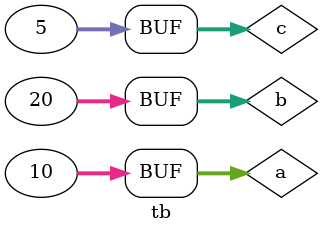
<source format=v>
module tb;
integer a,b,c;
initial begin
a=10;
b=20;
c=5;
end
always@(a,b,c)begin
if(a>b && a>c)
$display("A is greater");
if(b>a && b>c)
$display("B is greater");
else 
$display("C is the greater");
end
endmodule

</source>
